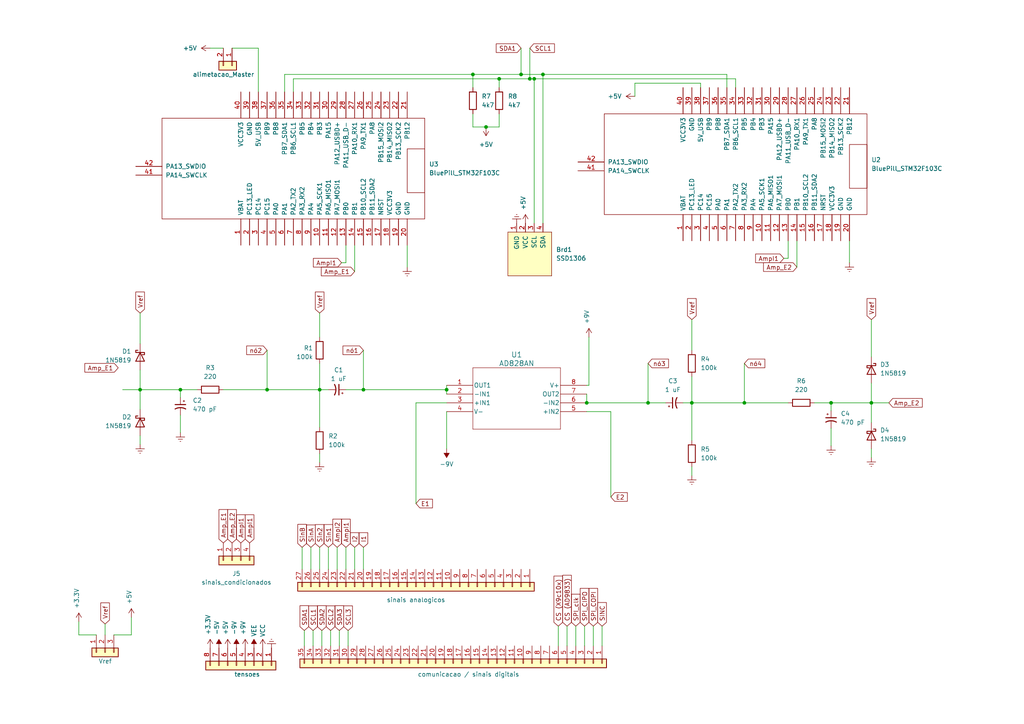
<source format=kicad_sch>
(kicad_sch (version 20230121) (generator eeschema)
  (paper "A4")
  (title_block (title "Condicionamento 2 canais duplicado") (date "2023-07-17") (rev "v01") (company "EITduino") (comment 1 "Autor: Gustavo Pinheiro") (comment 2 "placa face simples 90x100 mm"))
  (lib_symbols
    (symbol "AD828AN:AD828AN" (pin_names (offset 0.254))
      (property "Reference" "U" (at 20.32 10.16 0))
      (property "Value" "AD828AN" (at 20.32 7.62 0))
      (symbol "AD828AN_0_1"
        (polyline (pts (xy 7.62 -12.7) (xy 33.02 -12.7)) (stroke (width 0.127)))
        (polyline (pts (xy 7.62 5.08) (xy 7.62 -12.7)) (stroke (width 0.127)))
        (polyline (pts (xy 33.02 -12.7) (xy 33.02 5.08)) (stroke (width 0.127)))
        (polyline (pts (xy 33.02 5.08) (xy 7.62 5.08)) (stroke (width 0.127)))
        (pin unspecified line (at 0 0 0) (length 7.62) (name "OUT1") (number "1"))
        (pin unspecified line (at 0 -2.54 0) (length 7.62) (name "-IN1") (number "2"))
        (pin unspecified line (at 0 -5.08 0) (length 7.62) (name "+IN1") (number "3"))
        (pin power_in line (at 0 -7.62 0) (length 7.62) (name "V-") (number "4"))
        (pin unspecified line (at 40.64 -7.62 180) (length 7.62) (name "+IN2") (number "5"))
        (pin unspecified line (at 40.64 -5.08 180) (length 7.62) (name "-IN2") (number "6"))
        (pin unspecified line (at 40.64 -2.54 180) (length 7.62) (name "OUT2") (number "7"))
        (pin power_in line (at 40.64 0 180) (length 7.62) (name "V+") (number "8"))
      )
    )
    (symbol "Connector_Generic:Conn_01x02" (pin_names (offset 1.016) hide)
      (property "Reference" "J" (at 0 2.54 0))
      (property "Value" "Conn_01x02" (at 0 -5.08 0))
      (symbol "Conn_01x02_1_1"
        (rectangle (start -1.27 -2.413) (end 0 -2.667) (stroke (width 0.1524)))
        (rectangle (start -1.27 0.127) (end 0 -0.127) (stroke (width 0.1524)))
        (rectangle (start -1.27 1.27) (end 1.27 -3.81) (stroke (width 0.254)) (fill (type background)))
        (pin passive line (at -5.08 0 0) (length 3.81) (name "Pin_1") (number "1"))
        (pin passive line (at -5.08 -2.54 0) (length 3.81) (name "Pin_2") (number "2"))
      )
    )
    (symbol "Connector_Generic:Conn_01x03" (pin_names (offset 1.016) hide)
      (property "Reference" "J" (at 0 5.08 0))
      (property "Value" "Conn_01x03" (at 0 -5.08 0))
      (symbol "Conn_01x03_1_1"
        (rectangle (start -1.27 -2.413) (end 0 -2.667) (stroke (width 0.1524)))
        (rectangle (start -1.27 0.127) (end 0 -0.127) (stroke (width 0.1524)))
        (rectangle (start -1.27 2.667) (end 0 2.413) (stroke (width 0.1524)))
        (rectangle (start -1.27 3.81) (end 1.27 -3.81) (stroke (width 0.254)) (fill (type background)))
        (pin passive line (at -5.08 2.54 0) (length 3.81) (name "Pin_1") (number "1"))
        (pin passive line (at -5.08 0 0) (length 3.81) (name "Pin_2") (number "2"))
        (pin passive line (at -5.08 -2.54 0) (length 3.81) (name "Pin_3") (number "3"))
      )
    )
    (symbol "Connector_Generic:Conn_01x04" (pin_names (offset 1.016) hide)
      (property "Reference" "J" (at 0 5.08 0))
      (property "Value" "Conn_01x04" (at 0 -7.62 0))
      (symbol "Conn_01x04_1_1"
        (rectangle (start -1.27 -4.953) (end 0 -5.207) (stroke (width 0.1524)))
        (rectangle (start -1.27 -2.413) (end 0 -2.667) (stroke (width 0.1524)))
        (rectangle (start -1.27 0.127) (end 0 -0.127) (stroke (width 0.1524)))
        (rectangle (start -1.27 2.667) (end 0 2.413) (stroke (width 0.1524)))
        (rectangle (start -1.27 3.81) (end 1.27 -6.35) (stroke (width 0.254)) (fill (type background)))
        (pin passive line (at -5.08 2.54 0) (length 3.81) (name "Pin_1") (number "1"))
        (pin passive line (at -5.08 0 0) (length 3.81) (name "Pin_2") (number "2"))
        (pin passive line (at -5.08 -2.54 0) (length 3.81) (name "Pin_3") (number "3"))
        (pin passive line (at -5.08 -5.08 0) (length 3.81) (name "Pin_4") (number "4"))
      )
    )
    (symbol "Connector_Generic:Conn_01x08" (pin_names (offset 1.016) hide)
      (property "Reference" "J" (at 0 10.16 0))
      (property "Value" "Conn_01x08" (at 0 -12.7 0))
      (symbol "Conn_01x08_1_1"
        (rectangle (start -1.27 -10.033) (end 0 -10.287) (stroke (width 0.1524)))
        (rectangle (start -1.27 -7.493) (end 0 -7.747) (stroke (width 0.1524)))
        (rectangle (start -1.27 -4.953) (end 0 -5.207) (stroke (width 0.1524)))
        (rectangle (start -1.27 -2.413) (end 0 -2.667) (stroke (width 0.1524)))
        (rectangle (start -1.27 0.127) (end 0 -0.127) (stroke (width 0.1524)))
        (rectangle (start -1.27 2.667) (end 0 2.413) (stroke (width 0.1524)))
        (rectangle (start -1.27 5.207) (end 0 4.953) (stroke (width 0.1524)))
        (rectangle (start -1.27 7.747) (end 0 7.493) (stroke (width 0.1524)))
        (rectangle (start -1.27 8.89) (end 1.27 -11.43) (stroke (width 0.254)) (fill (type background)))
        (pin passive line (at -5.08 7.62 0) (length 3.81) (name "Pin_1") (number "1"))
        (pin passive line (at -5.08 5.08 0) (length 3.81) (name "Pin_2") (number "2"))
        (pin passive line (at -5.08 2.54 0) (length 3.81) (name "Pin_3") (number "3"))
        (pin passive line (at -5.08 0 0) (length 3.81) (name "Pin_4") (number "4"))
        (pin passive line (at -5.08 -2.54 0) (length 3.81) (name "Pin_5") (number "5"))
        (pin passive line (at -5.08 -5.08 0) (length 3.81) (name "Pin_6") (number "6"))
        (pin passive line (at -5.08 -7.62 0) (length 3.81) (name "Pin_7") (number "7"))
        (pin passive line (at -5.08 -10.16 0) (length 3.81) (name "Pin_8") (number "8"))
      )
    )
    (symbol "Connector_Generic:Conn_01x27" (pin_names (offset 1.016) hide)
      (property "Reference" "J" (at 0 35.56 0))
      (property "Value" "Conn_01x27" (at 0 -35.56 0))
      (symbol "Conn_01x27_1_1"
        (rectangle (start -1.27 -32.893) (end 0 -33.147) (stroke (width 0.1524)))
        (rectangle (start -1.27 -30.353) (end 0 -30.607) (stroke (width 0.1524)))
        (rectangle (start -1.27 -27.813) (end 0 -28.067) (stroke (width 0.1524)))
        (rectangle (start -1.27 -25.273) (end 0 -25.527) (stroke (width 0.1524)))
        (rectangle (start -1.27 -22.733) (end 0 -22.987) (stroke (width 0.1524)))
        (rectangle (start -1.27 -20.193) (end 0 -20.447) (stroke (width 0.1524)))
        (rectangle (start -1.27 -17.653) (end 0 -17.907) (stroke (width 0.1524)))
        (rectangle (start -1.27 -15.113) (end 0 -15.367) (stroke (width 0.1524)))
        (rectangle (start -1.27 -12.573) (end 0 -12.827) (stroke (width 0.1524)))
        (rectangle (start -1.27 -10.033) (end 0 -10.287) (stroke (width 0.1524)))
        (rectangle (start -1.27 -7.493) (end 0 -7.747) (stroke (width 0.1524)))
        (rectangle (start -1.27 -4.953) (end 0 -5.207) (stroke (width 0.1524)))
        (rectangle (start -1.27 -2.413) (end 0 -2.667) (stroke (width 0.1524)))
        (rectangle (start -1.27 0.127) (end 0 -0.127) (stroke (width 0.1524)))
        (rectangle (start -1.27 2.667) (end 0 2.413) (stroke (width 0.1524)))
        (rectangle (start -1.27 5.207) (end 0 4.953) (stroke (width 0.1524)))
        (rectangle (start -1.27 7.747) (end 0 7.493) (stroke (width 0.1524)))
        (rectangle (start -1.27 10.287) (end 0 10.033) (stroke (width 0.1524)))
        (rectangle (start -1.27 12.827) (end 0 12.573) (stroke (width 0.1524)))
        (rectangle (start -1.27 15.367) (end 0 15.113) (stroke (width 0.1524)))
        (rectangle (start -1.27 17.907) (end 0 17.653) (stroke (width 0.1524)))
        (rectangle (start -1.27 20.447) (end 0 20.193) (stroke (width 0.1524)))
        (rectangle (start -1.27 22.987) (end 0 22.733) (stroke (width 0.1524)))
        (rectangle (start -1.27 25.527) (end 0 25.273) (stroke (width 0.1524)))
        (rectangle (start -1.27 28.067) (end 0 27.813) (stroke (width 0.1524)))
        (rectangle (start -1.27 30.607) (end 0 30.353) (stroke (width 0.1524)))
        (rectangle (start -1.27 33.147) (end 0 32.893) (stroke (width 0.1524)))
        (rectangle (start -1.27 34.29) (end 1.27 -34.29) (stroke (width 0.254)) (fill (type background)))
        (pin passive line (at -5.08 33.02 0) (length 3.81) (name "Pin_1") (number "1"))
        (pin passive line (at -5.08 10.16 0) (length 3.81) (name "Pin_10") (number "10"))
        (pin passive line (at -5.08 7.62 0) (length 3.81) (name "Pin_11") (number "11"))
        (pin passive line (at -5.08 5.08 0) (length 3.81) (name "Pin_12") (number "12"))
        (pin passive line (at -5.08 2.54 0) (length 3.81) (name "Pin_13") (number "13"))
        (pin passive line (at -5.08 0 0) (length 3.81) (name "Pin_14") (number "14"))
        (pin passive line (at -5.08 -2.54 0) (length 3.81) (name "Pin_15") (number "15"))
        (pin passive line (at -5.08 -5.08 0) (length 3.81) (name "Pin_16") (number "16"))
        (pin passive line (at -5.08 -7.62 0) (length 3.81) (name "Pin_17") (number "17"))
        (pin passive line (at -5.08 -10.16 0) (length 3.81) (name "Pin_18") (number "18"))
        (pin passive line (at -5.08 -12.7 0) (length 3.81) (name "Pin_19") (number "19"))
        (pin passive line (at -5.08 30.48 0) (length 3.81) (name "Pin_2") (number "2"))
        (pin passive line (at -5.08 -15.24 0) (length 3.81) (name "Pin_20") (number "20"))
        (pin passive line (at -5.08 -17.78 0) (length 3.81) (name "Pin_21") (number "21"))
        (pin passive line (at -5.08 -20.32 0) (length 3.81) (name "Pin_22") (number "22"))
        (pin passive line (at -5.08 -22.86 0) (length 3.81) (name "Pin_23") (number "23"))
        (pin passive line (at -5.08 -25.4 0) (length 3.81) (name "Pin_24") (number "24"))
        (pin passive line (at -5.08 -27.94 0) (length 3.81) (name "Pin_25") (number "25"))
        (pin passive line (at -5.08 -30.48 0) (length 3.81) (name "Pin_26") (number "26"))
        (pin passive line (at -5.08 -33.02 0) (length 3.81) (name "Pin_27") (number "27"))
        (pin passive line (at -5.08 27.94 0) (length 3.81) (name "Pin_3") (number "3"))
        (pin passive line (at -5.08 25.4 0) (length 3.81) (name "Pin_4") (number "4"))
        (pin passive line (at -5.08 22.86 0) (length 3.81) (name "Pin_5") (number "5"))
        (pin passive line (at -5.08 20.32 0) (length 3.81) (name "Pin_6") (number "6"))
        (pin passive line (at -5.08 17.78 0) (length 3.81) (name "Pin_7") (number "7"))
        (pin passive line (at -5.08 15.24 0) (length 3.81) (name "Pin_8") (number "8"))
        (pin passive line (at -5.08 12.7 0) (length 3.81) (name "Pin_9") (number "9"))
      )
    )
    (symbol "Connector_Generic:Conn_01x35" (pin_names (offset 1.016) hide)
      (property "Reference" "J" (at 0 45.72 0))
      (property "Value" "Conn_01x35" (at 0 -45.72 0))
      (symbol "Conn_01x35_1_1"
        (rectangle (start -1.27 -43.053) (end 0 -43.307) (stroke (width 0.1524)))
        (rectangle (start -1.27 -40.513) (end 0 -40.767) (stroke (width 0.1524)))
        (rectangle (start -1.27 -37.973) (end 0 -38.227) (stroke (width 0.1524)))
        (rectangle (start -1.27 -35.433) (end 0 -35.687) (stroke (width 0.1524)))
        (rectangle (start -1.27 -32.893) (end 0 -33.147) (stroke (width 0.1524)))
        (rectangle (start -1.27 -30.353) (end 0 -30.607) (stroke (width 0.1524)))
        (rectangle (start -1.27 -27.813) (end 0 -28.067) (stroke (width 0.1524)))
        (rectangle (start -1.27 -25.273) (end 0 -25.527) (stroke (width 0.1524)))
        (rectangle (start -1.27 -22.733) (end 0 -22.987) (stroke (width 0.1524)))
        (rectangle (start -1.27 -20.193) (end 0 -20.447) (stroke (width 0.1524)))
        (rectangle (start -1.27 -17.653) (end 0 -17.907) (stroke (width 0.1524)))
        (rectangle (start -1.27 -15.113) (end 0 -15.367) (stroke (width 0.1524)))
        (rectangle (start -1.27 -12.573) (end 0 -12.827) (stroke (width 0.1524)))
        (rectangle (start -1.27 -10.033) (end 0 -10.287) (stroke (width 0.1524)))
        (rectangle (start -1.27 -7.493) (end 0 -7.747) (stroke (width 0.1524)))
        (rectangle (start -1.27 -4.953) (end 0 -5.207) (stroke (width 0.1524)))
        (rectangle (start -1.27 -2.413) (end 0 -2.667) (stroke (width 0.1524)))
        (rectangle (start -1.27 0.127) (end 0 -0.127) (stroke (width 0.1524)))
        (rectangle (start -1.27 2.667) (end 0 2.413) (stroke (width 0.1524)))
        (rectangle (start -1.27 5.207) (end 0 4.953) (stroke (width 0.1524)))
        (rectangle (start -1.27 7.747) (end 0 7.493) (stroke (width 0.1524)))
        (rectangle (start -1.27 10.287) (end 0 10.033) (stroke (width 0.1524)))
        (rectangle (start -1.27 12.827) (end 0 12.573) (stroke (width 0.1524)))
        (rectangle (start -1.27 15.367) (end 0 15.113) (stroke (width 0.1524)))
        (rectangle (start -1.27 17.907) (end 0 17.653) (stroke (width 0.1524)))
        (rectangle (start -1.27 20.447) (end 0 20.193) (stroke (width 0.1524)))
        (rectangle (start -1.27 22.987) (end 0 22.733) (stroke (width 0.1524)))
        (rectangle (start -1.27 25.527) (end 0 25.273) (stroke (width 0.1524)))
        (rectangle (start -1.27 28.067) (end 0 27.813) (stroke (width 0.1524)))
        (rectangle (start -1.27 30.607) (end 0 30.353) (stroke (width 0.1524)))
        (rectangle (start -1.27 33.147) (end 0 32.893) (stroke (width 0.1524)))
        (rectangle (start -1.27 35.687) (end 0 35.433) (stroke (width 0.1524)))
        (rectangle (start -1.27 38.227) (end 0 37.973) (stroke (width 0.1524)))
        (rectangle (start -1.27 40.767) (end 0 40.513) (stroke (width 0.1524)))
        (rectangle (start -1.27 43.307) (end 0 43.053) (stroke (width 0.1524)))
        (rectangle (start -1.27 44.45) (end 1.27 -44.45) (stroke (width 0.254)) (fill (type background)))
        (pin passive line (at -5.08 43.18 0) (length 3.81) (name "Pin_1") (number "1"))
        (pin passive line (at -5.08 20.32 0) (length 3.81) (name "Pin_10") (number "10"))
        (pin passive line (at -5.08 17.78 0) (length 3.81) (name "Pin_11") (number "11"))
        (pin passive line (at -5.08 15.24 0) (length 3.81) (name "Pin_12") (number "12"))
        (pin passive line (at -5.08 12.7 0) (length 3.81) (name "Pin_13") (number "13"))
        (pin passive line (at -5.08 10.16 0) (length 3.81) (name "Pin_14") (number "14"))
        (pin passive line (at -5.08 7.62 0) (length 3.81) (name "Pin_15") (number "15"))
        (pin passive line (at -5.08 5.08 0) (length 3.81) (name "Pin_16") (number "16"))
        (pin passive line (at -5.08 2.54 0) (length 3.81) (name "Pin_17") (number "17"))
        (pin passive line (at -5.08 0 0) (length 3.81) (name "Pin_18") (number "18"))
        (pin passive line (at -5.08 -2.54 0) (length 3.81) (name "Pin_19") (number "19"))
        (pin passive line (at -5.08 40.64 0) (length 3.81) (name "Pin_2") (number "2"))
        (pin passive line (at -5.08 -5.08 0) (length 3.81) (name "Pin_20") (number "20"))
        (pin passive line (at -5.08 -7.62 0) (length 3.81) (name "Pin_21") (number "21"))
        (pin passive line (at -5.08 -10.16 0) (length 3.81) (name "Pin_22") (number "22"))
        (pin passive line (at -5.08 -12.7 0) (length 3.81) (name "Pin_23") (number "23"))
        (pin passive line (at -5.08 -15.24 0) (length 3.81) (name "Pin_24") (number "24"))
        (pin passive line (at -5.08 -17.78 0) (length 3.81) (name "Pin_25") (number "25"))
        (pin passive line (at -5.08 -20.32 0) (length 3.81) (name "Pin_26") (number "26"))
        (pin passive line (at -5.08 -22.86 0) (length 3.81) (name "Pin_27") (number "27"))
        (pin passive line (at -5.08 -25.4 0) (length 3.81) (name "Pin_28") (number "28"))
        (pin passive line (at -5.08 -27.94 0) (length 3.81) (name "Pin_29") (number "29"))
        (pin passive line (at -5.08 38.1 0) (length 3.81) (name "Pin_3") (number "3"))
        (pin passive line (at -5.08 -30.48 0) (length 3.81) (name "Pin_30") (number "30"))
        (pin passive line (at -5.08 -33.02 0) (length 3.81) (name "Pin_31") (number "31"))
        (pin passive line (at -5.08 -35.56 0) (length 3.81) (name "Pin_32") (number "32"))
        (pin passive line (at -5.08 -38.1 0) (length 3.81) (name "Pin_33") (number "33"))
        (pin passive line (at -5.08 -40.64 0) (length 3.81) (name "Pin_34") (number "34"))
        (pin passive line (at -5.08 -43.18 0) (length 3.81) (name "Pin_35") (number "35"))
        (pin passive line (at -5.08 35.56 0) (length 3.81) (name "Pin_4") (number "4"))
        (pin passive line (at -5.08 33.02 0) (length 3.81) (name "Pin_5") (number "5"))
        (pin passive line (at -5.08 30.48 0) (length 3.81) (name "Pin_6") (number "6"))
        (pin passive line (at -5.08 27.94 0) (length 3.81) (name "Pin_7") (number "7"))
        (pin passive line (at -5.08 25.4 0) (length 3.81) (name "Pin_8") (number "8"))
        (pin passive line (at -5.08 22.86 0) (length 3.81) (name "Pin_9") (number "9"))
      )
    )
    (symbol "Device:C_Polarized_Small_US" (pin_numbers hide) (pin_names (offset 0.254) hide)
      (property "Reference" "C" (at 0.254 1.778 0))
      (property "Value" "C_Polarized_Small_US" (at 0.254 -2.032 0))
      (symbol "C_Polarized_Small_US_0_1"
        (polyline (pts (xy -1.524 0.508) (xy 1.524 0.508)) (stroke (width 0.3048)))
        (polyline (pts (xy -1.27 1.524) (xy -0.762 1.524)))
        (polyline (pts (xy -1.016 1.27) (xy -1.016 1.778)))
        (arc (start 1.524 -0.762) (mid 0 -0.3734) (end -1.524 -0.762) (stroke (width 0.3048)))
      )
      (symbol "C_Polarized_Small_US_1_1"
        (pin passive line (at 0 2.54 270) (length 2.032) (name "~") (number "1"))
        (pin passive line (at 0 -2.54 90) (length 2.032) (name "~") (number "2"))
      )
    )
    (symbol "Device:R" (pin_numbers hide) (pin_names (offset 0))
      (property "Reference" "R" (at 2.032 0 90))
      (property "Value" "R" (at 0 0 90))
      (symbol "R_0_1"
        (rectangle (start -1.016 -2.54) (end 1.016 2.54) (stroke (width 0.254)))
      )
      (symbol "R_1_1"
        (pin passive line (at 0 3.81 270) (length 1.27) (name "~") (number "1"))
        (pin passive line (at 0 -3.81 90) (length 1.27) (name "~") (number "2"))
      )
    )
    (symbol "Diode:1N5819" (pin_numbers hide) (pin_names (offset 1.016) hide)
      (property "Reference" "D" (at 0 2.54 0))
      (property "Value" "1N5819" (at 0 -2.54 0))
      (symbol "1N5819_0_1"
        (polyline (pts (xy 1.27 0) (xy -1.27 0)))
        (polyline (pts (xy 1.27 1.27) (xy 1.27 -1.27) (xy -1.27 0) (xy 1.27 1.27)) (stroke (width 0.254)))
        (polyline (pts (xy -1.905 0.635) (xy -1.905 1.27) (xy -1.27 1.27) (xy -1.27 -1.27) (xy -0.635 -1.27) (xy -0.635 -0.635)) (stroke (width 0.254)))
      )
      (symbol "1N5819_1_1"
        (pin passive line (at -3.81 0 0) (length 2.54) (name "K") (number "1"))
        (pin passive line (at 3.81 0 180) (length 2.54) (name "A") (number "2"))
      )
    )
    (symbol "SSD1306-128x64_OLED:SSD1306" (pin_names (offset 1.016))
      (property "Reference" "Brd" (at 0 -3.81 0))
      (property "Value" "SSD1306" (at 0 -1.27 0))
      (symbol "SSD1306_0_1"
        (rectangle (start -6.35 6.35) (end 6.35 -6.35) (fill (type background)))
      )
      (symbol "SSD1306_1_1"
        (pin input line (at -3.81 8.89 270) (length 2.54) (name "GND") (number "1"))
        (pin input line (at -1.27 8.89 270) (length 2.54) (name "VCC") (number "2"))
        (pin input line (at 1.27 8.89 270) (length 2.54) (name "SCL") (number "3"))
        (pin input line (at 3.81 8.89 270) (length 2.54) (name "SDA") (number "4"))
      )
    )
    (symbol "bluepill_breakouts:BluePill_STM32F103C" (pin_names (offset 1.016))
      (property "Reference" "U" (at -11.43 -34.29 0))
      (property "Value" "BluePill_STM32F103C" (at 1.27 21.59 0))
      (symbol "BluePill_STM32F103C_0_1"
        (rectangle (start -6.35 -35.56) (end 6.35 -30.48))
      )
      (symbol "BluePill_STM32F103C_1_0"
        (rectangle (start -13.97 -35.56) (end 15.24 40.64))
      )
      (symbol "BluePill_STM32F103C_1_1"
        (pin power_in line (at -21.59 17.78 0) (length 7.62) (name "VBAT") (number "1"))
        (pin bidirectional line (at -21.59 -5.08 0) (length 7.62) (name "PA5_SCK1") (number "10"))
        (pin bidirectional line (at -21.59 -7.62 0) (length 7.62) (name "PA6_MISO1") (number "11"))
        (pin bidirectional line (at -21.59 -10.16 0) (length 7.62) (name "PA7_MOSI1") (number "12"))
        (pin bidirectional line (at -21.59 -12.7 0) (length 7.62) (name "PB0") (number "13"))
        (pin bidirectional line (at -21.59 -15.24 0) (length 7.62) (name "PB1") (number "14"))
        (pin bidirectional line (at -21.59 -17.78 0) (length 7.62) (name "PB10_SCL2") (number "15"))
        (pin bidirectional line (at -21.59 -20.32 0) (length 7.62) (name "PB11_SDA2") (number "16"))
        (pin input line (at -21.59 -22.86 0) (length 7.62) (name "NRST") (number "17"))
        (pin bidirectional line (at -21.59 -25.4 0) (length 7.62) (name "VCC3V3") (number "18"))
        (pin power_in line (at -21.59 -27.94 0) (length 7.62) (name "GND") (number "19"))
        (pin bidirectional line (at -21.59 15.24 0) (length 7.62) (name "PC13_LED") (number "2"))
        (pin power_in line (at -21.59 -30.48 0) (length 7.62) (name "GND") (number "20"))
        (pin bidirectional line (at 22.86 -30.48 180) (length 7.62) (name "PB12") (number "21"))
        (pin bidirectional line (at 22.86 -27.94 180) (length 7.62) (name "PB13_SCK2") (number "22"))
        (pin bidirectional line (at 22.86 -25.4 180) (length 7.62) (name "PB14_MISO2") (number "23"))
        (pin bidirectional line (at 22.86 -22.86 180) (length 7.62) (name "PB15_MOSI2") (number "24"))
        (pin bidirectional line (at 22.86 -20.32 180) (length 7.62) (name "PA8") (number "25"))
        (pin bidirectional line (at 22.86 -17.78 180) (length 7.62) (name "PA9_TX1") (number "26"))
        (pin bidirectional line (at 22.86 -15.24 180) (length 7.62) (name "PA10_RX1") (number "27"))
        (pin bidirectional line (at 22.86 -12.7 180) (length 7.62) (name "PA11_USB_D-") (number "28"))
        (pin bidirectional line (at 22.86 -10.16 180) (length 7.62) (name "PA12_USBD+") (number "29"))
        (pin bidirectional line (at -21.59 12.7 0) (length 7.62) (name "PC14") (number "3"))
        (pin bidirectional line (at 22.86 -7.62 180) (length 7.62) (name "PA15") (number "30"))
        (pin bidirectional line (at 22.86 -5.08 180) (length 7.62) (name "PB3") (number "31"))
        (pin bidirectional line (at 22.86 -2.54 180) (length 7.62) (name "PB4") (number "32"))
        (pin bidirectional line (at 22.86 0 180) (length 7.62) (name "PB5") (number "33"))
        (pin bidirectional line (at 22.86 2.54 180) (length 7.62) (name "PB6_SCL1") (number "34"))
        (pin bidirectional line (at 22.86 5.08 180) (length 7.62) (name "PB7_SDA1") (number "35"))
        (pin bidirectional line (at 22.86 7.62 180) (length 7.62) (name "PB8") (number "36"))
        (pin bidirectional line (at 22.86 10.16 180) (length 7.62) (name "PB9") (number "37"))
        (pin bidirectional line (at 22.86 12.7 180) (length 7.62) (name "5V_USB") (number "38"))
        (pin power_in line (at 22.86 15.24 180) (length 7.62) (name "GND") (number "39"))
        (pin bidirectional line (at -21.59 10.16 0) (length 7.62) (name "PC15") (number "4"))
        (pin bidirectional line (at 22.86 17.78 180) (length 7.62) (name "VCC3V3") (number "40"))
        (pin bidirectional line (at -1.27 48.26 270) (length 7.62) (name "PA14_SWCLK") (number "41"))
        (pin bidirectional line (at 1.27 48.26 270) (length 7.62) (name "PA13_SWDIO") (number "42"))
        (pin bidirectional line (at -21.59 7.62 0) (length 7.62) (name "PA0") (number "5"))
        (pin bidirectional line (at -21.59 5.08 0) (length 7.62) (name "PA1") (number "6"))
        (pin bidirectional line (at -21.59 2.54 0) (length 7.62) (name "PA2_TX2") (number "7"))
        (pin bidirectional line (at -21.59 0 0) (length 7.62) (name "PA3_RX2") (number "8"))
        (pin bidirectional line (at -21.59 -2.54 0) (length 7.62) (name "PA4") (number "9"))
      )
    )
    (symbol "power:+3.3V" (power) (pin_names (offset 0))
      (property "Value" "+3.3V" (at 0 3.556 0))
      (symbol "+3.3V_0_1"
        (polyline (pts (xy -0.762 1.27) (xy 0 2.54)))
        (polyline (pts (xy 0 0) (xy 0 2.54)))
        (polyline (pts (xy 0 2.54) (xy 0.762 1.27)))
      )
      (symbol "+3.3V_1_1"
        (pin power_in line (at 0 0 90) (length 0) hide (name "+3.3V") (number "1"))
      )
    )
    (symbol "power:+5V" (power) (pin_names (offset 0))
      (property "Value" "+5V" (at 0 3.556 0))
      (symbol "+5V_0_1"
        (polyline (pts (xy -0.762 1.27) (xy 0 2.54)))
        (polyline (pts (xy 0 0) (xy 0 2.54)))
        (polyline (pts (xy 0 2.54) (xy 0.762 1.27)))
      )
      (symbol "+5V_1_1"
        (pin power_in line (at 0 0 90) (length 0) hide (name "+5V") (number "1"))
      )
    )
    (symbol "power:+9V" (power) (pin_names (offset 0))
      (property "Value" "+9V" (at 0 3.556 0))
      (symbol "+9V_0_1"
        (polyline (pts (xy -0.762 1.27) (xy 0 2.54)))
        (polyline (pts (xy 0 0) (xy 0 2.54)))
        (polyline (pts (xy 0 2.54) (xy 0.762 1.27)))
      )
      (symbol "+9V_1_1"
        (pin power_in line (at 0 0 90) (length 0) hide (name "+9V") (number "1"))
      )
    )
    (symbol "power:-5V" (power) (pin_names (offset 0))
      (property "Value" "-5V" (at 0 3.81 0))
      (symbol "-5V_0_0"
        (pin power_in line (at 0 0 90) (length 0) hide (name "-5V") (number "1"))
      )
      (symbol "-5V_0_1"
        (polyline (pts (xy 0 0) (xy 0 1.27) (xy 0.762 1.27) (xy 0 2.54) (xy -0.762 1.27) (xy 0 1.27)) (fill (type outline)))
      )
    )
    (symbol "power:-9V" (power) (pin_names (offset 0))
      (property "Value" "-9V" (at 0 3.81 0))
      (symbol "-9V_0_1"
        (polyline (pts (xy 0 0) (xy 0 2.54)))
        (polyline (pts (xy 0.762 1.27) (xy -0.762 1.27) (xy 0 2.54) (xy 0.762 1.27)) (fill (type outline)))
      )
      (symbol "-9V_1_1"
        (pin power_in line (at 0 0 90) (length 0) hide (name "-9V") (number "1"))
      )
    )
    (symbol "power:Earth" (power) (pin_names (offset 0))
      (symbol "Earth_0_1"
        (polyline (pts (xy -0.635 -1.905) (xy 0.635 -1.905)))
        (polyline (pts (xy -0.127 -2.54) (xy 0.127 -2.54)))
        (polyline (pts (xy 0 -1.27) (xy 0 0)))
        (polyline (pts (xy 1.27 -1.27) (xy -1.27 -1.27)))
      )
      (symbol "Earth_1_1"
        (pin power_in line (at 0 0 270) (length 0) hide (name "Earth") (number "1"))
      )
    )
    (symbol "power:VCC" (power) (pin_names (offset 0))
      (property "Value" "VCC" (at 0 3.81 0))
      (symbol "VCC_0_1"
        (polyline (pts (xy -0.762 1.27) (xy 0 2.54)))
        (polyline (pts (xy 0 0) (xy 0 2.54)))
        (polyline (pts (xy 0 2.54) (xy 0.762 1.27)))
      )
      (symbol "VCC_1_1"
        (pin power_in line (at 0 0 90) (length 0) hide (name "VCC") (number "1"))
      )
    )
    (symbol "power:VEE" (power) (pin_names (offset 0))
      (property "Value" "VEE" (at 0 3.81 0))
      (symbol "VEE_0_1"
        (polyline (pts (xy 0 0) (xy 0 2.54)))
        (polyline (pts (xy 0.762 1.27) (xy -0.762 1.27) (xy 0 2.54) (xy 0.762 1.27)) (fill (type outline)))
      )
      (symbol "VEE_1_1"
        (pin power_in line (at 0 0 90) (length 0) hide (name "VEE") (number "1"))
      )
    )
  )
  (junction (at 200.66 116.84))
  (junction (at 153.67 22.86))
  (junction (at 144.78 22.86))
  (junction (at 137.16 21.59))
  (junction (at 215.9 116.84))
  (junction (at 170.18 116.84))
  (junction (at 252.73 116.84))
  (junction (at 52.324 113.03))
  (junction (at 77.47 113.03))
  (junction (at 154.94 22.86))
  (junction (at 157.48 21.59))
  (junction (at 40.64 113.03))
  (junction (at 241.046 116.84))
  (junction (at 105.41 113.03))
  (junction (at 187.96 116.84))
  (junction (at 151.13 21.59))
  (junction (at 140.97 36.83))
  (junction (at 129.54 113.03))
  (junction (at 92.71 113.03))
  (wire (pts (xy 82.55 21.59) (xy 82.55 26.67)))
  (wire (pts (xy 172.085 181.61) (xy 172.085 187.325)))
  (wire (pts (xy 33.02 184.15) (xy 38.1 184.15)))
  (wire (pts (xy 118.11 71.12) (xy 118.11 77.47)))
  (wire (pts (xy 144.78 33.02) (xy 144.78 36.83)))
  (wire (pts (xy 77.47 113.03) (xy 64.77 113.03)))
  (wire (pts (xy 90.17 158.75) (xy 90.17 165.1)))
  (wire (pts (xy 236.22 116.84) (xy 241.046 116.84)))
  (wire (pts (xy 95.25 113.03) (xy 92.71 113.03)))
  (wire (pts (xy 74.93 13.97) (xy 74.93 26.67)))
  (wire (pts (xy 40.64 126.365) (xy 40.64 128.905)))
  (wire (pts (xy 200.66 116.84) (xy 200.66 127.762)))
  (wire (pts (xy 60.96 13.97) (xy 64.77 13.97)))
  (wire (pts (xy 95.25 158.75) (xy 95.25 165.1)))
  (wire (pts (xy 137.16 21.59) (xy 82.55 21.59)))
  (wire (pts (xy 93.345 182.88) (xy 93.345 187.325)))
  (wire (pts (xy 87.63 158.75) (xy 87.63 165.1)))
  (wire (pts (xy 200.66 135.382) (xy 200.66 137.922)))
  (wire (pts (xy 52.324 113.03) (xy 40.64 113.03)))
  (wire (pts (xy 90.805 182.88) (xy 90.805 187.325)))
  (wire (pts (xy 105.41 113.03) (xy 100.33 113.03)))
  (wire (pts (xy 144.78 36.83) (xy 140.97 36.83)))
  (wire (pts (xy 252.73 130.175) (xy 252.73 132.715)))
  (wire (pts (xy 151.13 13.97) (xy 151.13 21.59)))
  (wire (pts (xy 187.96 116.84) (xy 193.04 116.84)))
  (wire (pts (xy 144.78 22.86) (xy 144.78 25.4)))
  (wire (pts (xy 100.965 182.88) (xy 100.965 187.325)))
  (wire (pts (xy 170.18 114.3) (xy 170.18 116.84)))
  (wire (pts (xy 129.54 113.03) (xy 105.41 113.03)))
  (wire (pts (xy 153.67 22.86) (xy 154.94 22.86)))
  (wire (pts (xy 137.16 33.02) (xy 137.16 36.83)))
  (wire (pts (xy 246.38 69.85) (xy 246.38 76.2)))
  (wire (pts (xy 228.6 69.85) (xy 228.6 74.93)))
  (wire (pts (xy 92.71 113.03) (xy 77.47 113.03)))
  (wire (pts (xy 170.18 119.38) (xy 177.165 119.38)))
  (wire (pts (xy 164.465 181.61) (xy 164.465 187.325)))
  (wire (pts (xy 88.265 182.88) (xy 88.265 187.325)))
  (wire (pts (xy 198.12 116.84) (xy 200.66 116.84)))
  (wire (pts (xy 252.73 116.84) (xy 257.81 116.84)))
  (wire (pts (xy 100.33 158.75) (xy 100.33 165.1)))
  (wire (pts (xy 85.09 22.86) (xy 144.78 22.86)))
  (wire (pts (xy 40.64 118.745) (xy 40.64 113.03)))
  (wire (pts (xy 241.046 116.84) (xy 241.046 119.126)))
  (wire (pts (xy 154.94 22.86) (xy 154.94 64.77)))
  (wire (pts (xy 231.14 69.85) (xy 231.14 77.47)))
  (wire (pts (xy 151.13 21.59) (xy 137.16 21.59)))
  (wire (pts (xy 102.87 158.75) (xy 102.87 165.1)))
  (wire (pts (xy 213.36 22.86) (xy 213.36 25.4)))
  (wire (pts (xy 40.64 90.805) (xy 40.64 99.695)))
  (wire (pts (xy 161.925 181.61) (xy 161.925 187.325)))
  (wire (pts (xy 92.71 105.41) (xy 92.71 113.03)))
  (wire (pts (xy 129.54 111.76) (xy 129.54 113.03)))
  (wire (pts (xy 167.005 181.61) (xy 167.005 187.325)))
  (wire (pts (xy 40.64 113.03) (xy 35.56 113.03)))
  (wire (pts (xy 157.48 21.59) (xy 157.48 64.77)))
  (wire (pts (xy 95.885 182.88) (xy 95.885 187.325)))
  (wire (pts (xy 52.324 113.03) (xy 52.324 115.316)))
  (wire (pts (xy 252.73 111.125) (xy 252.73 116.84)))
  (wire (pts (xy 200.66 116.84) (xy 215.9 116.84)))
  (wire (pts (xy 38.1 184.15) (xy 38.1 179.07)))
  (wire (pts (xy 52.324 120.396) (xy 52.324 125.476)))
  (wire (pts (xy 200.66 92.71) (xy 200.66 101.6)))
  (wire (pts (xy 187.96 105.41) (xy 187.96 116.84)))
  (wire (pts (xy 144.78 22.86) (xy 153.67 22.86)))
  (wire (pts (xy 102.87 71.12) (xy 102.87 78.74)))
  (wire (pts (xy 170.815 97.79) (xy 170.815 111.76)))
  (wire (pts (xy 92.71 158.75) (xy 92.71 165.1)))
  (wire (pts (xy 120.65 146.05) (xy 120.65 116.84)))
  (wire (pts (xy 187.96 116.84) (xy 170.18 116.84)))
  (wire (pts (xy 157.48 21.59) (xy 151.13 21.59)))
  (wire (pts (xy 129.54 119.38) (xy 129.54 130.175)))
  (wire (pts (xy 170.815 111.76) (xy 170.18 111.76)))
  (wire (pts (xy 215.9 116.84) (xy 228.6 116.84)))
  (wire (pts (xy 241.046 124.206) (xy 241.046 129.286)))
  (wire (pts (xy 184.15 24.13) (xy 184.15 27.94)))
  (wire (pts (xy 92.71 131.572) (xy 92.71 134.112)))
  (wire (pts (xy 77.47 101.6) (xy 77.47 113.03)))
  (wire (pts (xy 92.71 90.805) (xy 92.71 97.79)))
  (wire (pts (xy 174.625 181.61) (xy 174.625 187.325)))
  (wire (pts (xy 22.86 184.15) (xy 22.86 180.34)))
  (wire (pts (xy 99.06 76.2) (xy 100.33 76.2)))
  (wire (pts (xy 92.71 113.03) (xy 92.71 123.952)))
  (wire (pts (xy 252.73 122.555) (xy 252.73 116.84)))
  (wire (pts (xy 100.33 71.12) (xy 100.33 76.2)))
  (wire (pts (xy 153.67 13.97) (xy 153.67 22.86)))
  (wire (pts (xy 177.165 144.145) (xy 177.165 119.38)))
  (wire (pts (xy 169.545 181.61) (xy 169.545 187.325)))
  (wire (pts (xy 200.66 109.22) (xy 200.66 116.84)))
  (wire (pts (xy 40.64 107.315) (xy 40.64 113.03)))
  (wire (pts (xy 203.2 25.4) (xy 203.2 24.13)))
  (wire (pts (xy 105.41 101.6) (xy 105.41 113.03)))
  (wire (pts (xy 252.73 92.71) (xy 252.73 103.505)))
  (wire (pts (xy 74.93 13.97) (xy 67.31 13.97)))
  (wire (pts (xy 227.33 74.93) (xy 228.6 74.93)))
  (wire (pts (xy 120.65 116.84) (xy 129.54 116.84)))
  (wire (pts (xy 137.16 36.83) (xy 140.97 36.83)))
  (wire (pts (xy 30.48 180.975) (xy 30.48 184.15)))
  (wire (pts (xy 241.046 116.84) (xy 252.73 116.84)))
  (wire (pts (xy 98.425 182.88) (xy 98.425 187.325)))
  (wire (pts (xy 129.54 113.03) (xy 129.54 114.3)))
  (wire (pts (xy 154.94 22.86) (xy 213.36 22.86)))
  (wire (pts (xy 203.2 24.13) (xy 184.15 24.13)))
  (wire (pts (xy 210.82 21.59) (xy 157.48 21.59)))
  (wire (pts (xy 210.82 25.4) (xy 210.82 21.59)))
  (wire (pts (xy 105.41 158.75) (xy 105.41 165.1)))
  (wire (pts (xy 57.15 113.03) (xy 52.324 113.03)))
  (wire (pts (xy 97.79 158.75) (xy 97.79 165.1)))
  (wire (pts (xy 215.9 105.41) (xy 215.9 116.84)))
  (wire (pts (xy 27.94 184.15) (xy 22.86 184.15)))
  (wire (pts (xy 137.16 21.59) (xy 137.16 25.4)))
  (wire (pts (xy 85.09 26.67) (xy 85.09 22.86)))
  (global_label "SCL2" (shape input) (at 95.885 182.88 90) (property "Intersheetrefs" "${INTERSHEET_REFS}" (effects hide)))
  (global_label "AmpI1" (shape input) (at 69.85 157.48 90) (property "Intersheetrefs" "${INTERSHEET_REFS}" (effects hide)))
  (global_label "Amp_E2" (shape input) (at 231.14 77.47 180) (property "Intersheetrefs" "${INTERSHEET_REFS}" (effects hide)))
  (global_label "E1" (shape input) (at 120.65 146.05 0) (property "Intersheetrefs" "${INTERSHEET_REFS}" (effects hide)))
  (global_label "Amp_E2" (shape input) (at 257.81 116.84 0) (property "Intersheetrefs" "${INTERSHEET_REFS}" (effects hide)))
  (global_label "SPI_CIPO" (shape input) (at 169.545 181.61 90) (property "Intersheetrefs" "${INTERSHEET_REFS}" (effects hide)))
  (global_label "AmpI1" (shape input) (at 227.33 74.93 180) (property "Intersheetrefs" "${INTERSHEET_REFS}" (effects hide)))
  (global_label "Vref" (shape input) (at 30.48 180.975 90) (property "Intersheetrefs" "${INTERSHEET_REFS}" (effects hide)))
  (global_label "Amp_E1" (shape input) (at 102.87 78.74 180) (property "Intersheetrefs" "${INTERSHEET_REFS}" (effects hide)))
  (global_label "SPI_COPI" (shape input) (at 172.085 181.61 90) (property "Intersheetrefs" "${INTERSHEET_REFS}" (effects hide)))
  (global_label "Vref" (shape input) (at 92.71 90.805 90) (property "Intersheetrefs" "${INTERSHEET_REFS}" (effects hide)))
  (global_label "SDA1" (shape input) (at 151.13 13.97 180) (property "Intersheetrefs" "${INTERSHEET_REFS}" (effects hide)))
  (global_label "Amp_E1" (shape input) (at 34.29 106.68 180) (property "Intersheetrefs" "${INTERSHEET_REFS}" (effects hide)))
  (global_label "AmpI1" (shape input) (at 100.33 158.75 90) (property "Intersheetrefs" "${INTERSHEET_REFS}" (effects hide)))
  (global_label "SDA1" (shape input) (at 88.265 182.88 90) (property "Intersheetrefs" "${INTERSHEET_REFS}" (effects hide)))
  (global_label "AmpI2" (shape input) (at 97.79 158.75 90) (property "Intersheetrefs" "${INTERSHEET_REFS}" (effects hide)))
  (global_label "Vref" (shape input) (at 40.64 90.805 90) (property "Intersheetrefs" "${INTERSHEET_REFS}" (effects hide)))
  (global_label "Sin1" (shape input) (at 95.25 158.75 90) (property "Intersheetrefs" "${INTERSHEET_REFS}" (effects hide)))
  (global_label "Sin2" (shape input) (at 92.71 158.75 90) (property "Intersheetrefs" "${INTERSHEET_REFS}" (effects hide)))
  (global_label "nó1" (shape input) (at 105.41 101.6 180) (property "Intersheetrefs" "${INTERSHEET_REFS}" (effects hide)))
  (global_label "AmpI1" (shape input) (at 99.06 76.2 180) (property "Intersheetrefs" "${INTERSHEET_REFS}" (effects hide)))
  (global_label "I2" (shape input) (at 102.87 158.75 90) (property "Intersheetrefs" "${INTERSHEET_REFS}" (effects hide)))
  (global_label "SDA3" (shape input) (at 98.425 182.88 90) (property "Intersheetrefs" "${INTERSHEET_REFS}" (effects hide)))
  (global_label "Vref" (shape input) (at 200.66 92.71 90) (property "Intersheetrefs" "${INTERSHEET_REFS}" (effects hide)))
  (global_label "I1" (shape input) (at 105.41 158.75 90) (property "Intersheetrefs" "${INTERSHEET_REFS}" (effects hide)))
  (global_label "CS (X9c10x)" (shape input) (at 161.925 181.61 90) (property "Intersheetrefs" "${INTERSHEET_REFS}" (effects hide)))
  (global_label "SCL1" (shape input) (at 90.805 182.88 90) (property "Intersheetrefs" "${INTERSHEET_REFS}" (effects hide)))
  (global_label "Amp_E2" (shape input) (at 67.31 157.48 90) (property "Intersheetrefs" "${INTERSHEET_REFS}" (effects hide)))
  (global_label "SINC" (shape input) (at 174.625 181.61 90) (property "Intersheetrefs" "${INTERSHEET_REFS}" (effects hide)))
  (global_label "Amp_E1" (shape input) (at 64.77 157.48 90) (property "Intersheetrefs" "${INTERSHEET_REFS}" (effects hide)))
  (global_label "AmpI1" (shape input) (at 72.39 157.48 90) (property "Intersheetrefs" "${INTERSHEET_REFS}" (effects hide)))
  (global_label "E2" (shape input) (at 177.165 144.145 0) (property "Intersheetrefs" "${INTERSHEET_REFS}" (effects hide)))
  (global_label "Vref" (shape input) (at 252.73 92.71 90) (property "Intersheetrefs" "${INTERSHEET_REFS}" (effects hide)))
  (global_label "SCL3" (shape input) (at 100.965 182.88 90) (property "Intersheetrefs" "${INTERSHEET_REFS}" (effects hide)))
  (global_label "nó3" (shape input) (at 187.96 105.41 0) (property "Intersheetrefs" "${INTERSHEET_REFS}" (effects hide)))
  (global_label "CS (AD9833)" (shape input) (at 164.465 181.61 90) (property "Intersheetrefs" "${INTERSHEET_REFS}" (effects hide)))
  (global_label "SinB" (shape input) (at 87.63 158.75 90) (property "Intersheetrefs" "${INTERSHEET_REFS}" (effects hide)))
  (global_label "SinA" (shape input) (at 90.17 158.75 90) (property "Intersheetrefs" "${INTERSHEET_REFS}" (effects hide)))
  (global_label "SDA2" (shape input) (at 93.345 182.88 90) (property "Intersheetrefs" "${INTERSHEET_REFS}" (effects hide)))
  (global_label "nó2" (shape input) (at 77.47 101.6 180) (property "Intersheetrefs" "${INTERSHEET_REFS}" (effects hide)))
  (global_label "SCL1" (shape input) (at 153.67 13.97 0) (property "Intersheetrefs" "${INTERSHEET_REFS}" (effects hide)))
  (global_label "nó4" (shape input) (at 215.9 105.41 0) (property "Intersheetrefs" "${INTERSHEET_REFS}" (effects hide)))
  (global_label "SPI_clk" (shape input) (at 167.005 181.61 90) (property "Intersheetrefs" "${INTERSHEET_REFS}" (effects hide)))
  (symbol (lib_id "Connector_Generic:Conn_01x03") (at 30.48 189.23 90) (mirror x) (unit 1)
    (property "Reference" "J1" (effects hide))
    (property "Value" "Vref" (at 28.575 191.77 90) (effects (justify right)))
    (property "Footprint" "Connector_PinHeader_2.54mm:PinHeader_1x03_P2.54mm_Vertical" (effects hide))
  )
  (symbol (lib_id "power:Earth") (at 200.66 137.922 0) (unit 1)
    (property "Reference" "#PWR015" (effects hide))
    (property "Value" "Earth" (effects hide))
  )
  (symbol (lib_id "power:VCC") (at 76.2 187.96 0) (unit 1)
    (property "Reference" "#PWR025" (effects hide))
    (property "Value" "VCC" (at 76.2 182.88 90))
  )
  (symbol (lib_id "power:VEE") (at 73.66 187.96 0) (unit 1)
    (property "Reference" "#PWR026" (effects hide))
    (property "Value" "VEE" (at 73.66 182.88 90))
  )
  (symbol (lib_id "Device:R") (at 200.66 131.572 0) (unit 1)
    (property "Reference" "R5" (at 203.2 130.302 0) (effects (justify left)))
    (property "Value" "100k" (at 203.2 132.842 0) (effects (justify left)))
    (property "Footprint" "Resistor_THT:R_Axial_DIN0207_L6.3mm_D2.5mm_P7.62mm_Horizontal" (effects hide))
  )
  (symbol (lib_id "bluepill_breakouts:BluePill_STM32F103C") (at 87.63 49.53 90) (unit 1)
    (property "Reference" "U3" (at 124.46 47.625 90) (effects (justify right)))
    (property "Value" "BluePill_STM32F103C" (at 124.46 50.165 90) (effects (justify right)))
    (property "Footprint" "BluePill_breakouts:BluePill_STM32F103C" (effects hide))
    (property "Datasheet" "www.rogerclark.net" (effects hide))
  )
  (symbol (lib_id "power:+3.3V") (at 60.96 187.96 0) (unit 1)
    (property "Reference" "#PWR041" (effects hide))
    (property "Value" "+3.3V" (at 60.325 184.15 90) (effects (justify left)))
  )
  (symbol (lib_id "SSD1306-128x64_OLED:SSD1306") (at 153.67 73.66 0) (unit 1)
    (property "Reference" "Brd1" (at 161.29 72.39 0) (effects (justify left)))
    (property "Value" "SSD1306" (at 161.29 74.93 0) (effects (justify left)))
    (property "Footprint" "SSD1306:128x64OLED" (effects hide))
  )
  (symbol (lib_id "Connector_Generic:Conn_01x04") (at 67.31 162.56 90) (mirror x) (unit 1)
    (property "Reference" "J5" (at 68.58 166.37 90))
    (property "Value" "sinais_condicionados" (at 68.58 168.91 90))
    (property "Footprint" "Connector_PinHeader_2.54mm:PinHeader_1x04_P2.54mm_Horizontal" (effects hide))
  )
  (symbol (lib_id "power:+5V") (at 38.1 179.07 0) (unit 1)
    (property "Reference" "#PWR016" (effects hide))
    (property "Value" "+5V" (at 37.465 175.26 90) (effects (justify left)))
  )
  (symbol (lib_id "Connector_Generic:Conn_01x27") (at 120.65 170.18 270) (unit 1)
    (property "Reference" "J3" (effects hide))
    (property "Value" "sinais analogicos" (at 120.65 173.99 90))
    (property "Footprint" "Connector_PinHeader_2.54mm:PinHeader_1x27_P2.54mm_Vertical" (effects hide))
  )
  (symbol (lib_id "Diode:1N5819") (at 40.64 103.505 90) (mirror x) (unit 1)
    (property "Reference" "D1" (at 38.1 101.9175 90) (effects (justify left)))
    (property "Value" "1N5819" (at 38.1 104.4575 90) (effects (justify left)))
    (property "Footprint" "Diode_THT:D_DO-41_SOD81_P10.16mm_Horizontal" (effects hide))
    (property "Datasheet" "http://www.vishay.com/docs/88525/1n5817.pdf" (effects hide))
  )
  (symbol (lib_id "power:+5V") (at 140.97 36.83 180) (unit 1)
    (property "Reference" "#PWR01" (effects hide))
    (property "Value" "+5V" (at 140.97 41.91 0))
  )
  (symbol (lib_id "Device:R") (at 92.71 101.6 0) (mirror y) (unit 1)
    (property "Reference" "R1" (at 90.805 100.965 0) (effects (justify left)))
    (property "Value" "100k" (at 90.805 103.505 0) (effects (justify left)))
    (property "Footprint" "Resistor_THT:R_Axial_DIN0207_L6.3mm_D2.5mm_P7.62mm_Horizontal" (effects hide))
  )
  (symbol (lib_id "Connector_Generic:Conn_01x08") (at 71.12 193.04 270) (unit 1)
    (property "Reference" "J2" (effects hide))
    (property "Value" "tensoes" (at 67.945 195.58 90) (effects (justify left)))
    (property "Footprint" "Connector_PinHeader_2.54mm:PinHeader_1x08_P2.54mm_Vertical" (effects hide))
  )
  (symbol (lib_id "Device:R") (at 200.66 105.41 0) (unit 1)
    (property "Reference" "R4" (at 203.2 104.14 0) (effects (justify left)))
    (property "Value" "100k" (at 203.2 106.68 0) (effects (justify left)))
    (property "Footprint" "Resistor_THT:R_Axial_DIN0207_L6.3mm_D2.5mm_P7.62mm_Horizontal" (effects hide))
  )
  (symbol (lib_id "Device:R") (at 144.78 29.21 0) (unit 1)
    (property "Reference" "R8" (at 147.32 27.94 0) (effects (justify left)))
    (property "Value" "4k7" (at 147.32 30.48 0) (effects (justify left)))
    (property "Footprint" "Resistor_THT:R_Axial_DIN0207_L6.3mm_D2.5mm_P7.62mm_Horizontal" (effects hide))
  )
  (symbol (lib_id "power:Earth") (at 246.38 76.2 0) (unit 1)
    (property "Reference" "#PWR05" (effects hide))
    (property "Value" "Earth" (effects hide))
  )
  (symbol (lib_id "power:Earth") (at 241.046 129.286 0) (unit 1)
    (property "Reference" "#PWR019" (effects hide))
    (property "Value" "Earth" (effects hide))
  )
  (symbol (lib_id "power:Earth") (at 118.11 77.47 0) (unit 1)
    (property "Reference" "#PWR04" (effects hide))
    (property "Value" "Earth" (effects hide))
  )
  (symbol (lib_id "Device:R") (at 92.71 127.762 0) (mirror y) (unit 1)
    (property "Reference" "R2" (at 95.25 126.492 0) (effects (justify right)))
    (property "Value" "100k" (at 95.25 129.032 0) (effects (justify right)))
    (property "Footprint" "Resistor_THT:R_Axial_DIN0207_L6.3mm_D2.5mm_P7.62mm_Horizontal" (effects hide))
  )
  (symbol (lib_id "power:-5V") (at 63.5 187.96 0) (unit 1)
    (property "Reference" "#PWR040" (effects hide))
    (property "Value" "-5V" (at 62.865 184.15 90) (effects (justify left)))
  )
  (symbol (lib_id "power:-9V") (at 129.54 130.175 180) (unit 1)
    (property "Reference" "#PWR013" (effects hide))
    (property "Value" "-9V" (at 129.54 134.62 0))
  )
  (symbol (lib_id "power:-9V") (at 68.58 187.96 0) (unit 1)
    (property "Reference" "#PWR038" (effects hide))
    (property "Value" "-9V" (at 67.945 184.15 90) (effects (justify left)))
  )
  (symbol (lib_id "power:+9V") (at 170.815 97.79 0) (unit 1)
    (property "Reference" "#PWR012" (effects hide))
    (property "Value" "+9V" (at 170.18 93.98 90) (effects (justify left)))
  )
  (symbol (lib_id "Device:C_Polarized_Small_US") (at 97.79 113.03 270) (mirror x) (unit 1)
    (property "Reference" "C1" (at 98.2218 107.315 90))
    (property "Value" "1 uF" (at 98.2218 109.855 90))
    (property "Footprint" "Capacitor_THT:CP_Radial_D5.0mm_P2.50mm" (effects hide))
  )
  (symbol (lib_id "power:+5V") (at 184.15 27.94 90) (unit 1)
    (property "Reference" "#PWR09" (effects hide))
    (property "Value" "+5V" (at 180.34 27.94 90) (effects (justify left)))
  )
  (symbol (lib_id "Diode:1N5819") (at 40.64 122.555 90) (mirror x) (unit 1)
    (property "Reference" "D2" (at 38.1 120.9675 90) (effects (justify left)))
    (property "Value" "1N5819" (at 38.1 123.5075 90) (effects (justify left)))
    (property "Footprint" "Diode_THT:D_DO-41_SOD81_P10.16mm_Horizontal" (effects hide))
    (property "Datasheet" "http://www.vishay.com/docs/88525/1n5817.pdf" (effects hide))
  )
  (symbol (lib_id "power:Earth") (at 78.74 187.96 180) (unit 1)
    (property "Reference" "#PWR034" (effects hide))
    (property "Value" "Earth" (effects hide))
  )
  (symbol (lib_id "power:+5V") (at 66.04 187.96 0) (unit 1)
    (property "Reference" "#PWR039" (effects hide))
    (property "Value" "+5V" (at 65.405 184.15 90) (effects (justify left)))
  )
  (symbol (lib_id "power:Earth") (at 40.64 128.905 0) (mirror y) (unit 1)
    (property "Reference" "#PWR08" (effects hide))
    (property "Value" "Earth" (effects hide))
  )
  (symbol (lib_id "Connector_Generic:Conn_01x35") (at 131.445 192.405 270) (unit 1)
    (property "Reference" "J4" (effects hide))
    (property "Value" "comunicacao / sinais digitais" (at 135.89 195.58 90))
    (property "Footprint" "Connector_PinHeader_2.54mm:PinHeader_1x35_P2.54mm_Vertical" (effects hide))
  )
  (symbol (lib_id "AD828AN:AD828AN") (at 129.54 111.76 0) (unit 1)
    (property "Reference" "U1" (at 149.86 102.87 0) (effects (font (size 1.524 1.524))))
    (property "Value" "AD828AN" (at 149.86 105.41 0) (effects (font (size 1.524 1.524))))
    (property "Footprint" "footprints:N_8_ADI" (effects hide))
    (property "Datasheet" "AD828AN" (effects hide))
  )
  (symbol (lib_id "power:+5V") (at 152.4 64.77 0) (unit 1)
    (property "Reference" "#PWR014" (effects hide))
    (property "Value" "+5V" (at 151.765 60.96 90) (effects (justify left)))
  )
  (symbol (lib_id "power:+9V") (at 71.12 187.96 0) (unit 1)
    (property "Reference" "#PWR037" (effects hide))
    (property "Value" "+9V" (at 70.485 184.15 90) (effects (justify left)))
  )
  (symbol (lib_id "power:+3.3V") (at 22.86 180.34 0) (unit 1)
    (property "Reference" "#PWR011" (effects hide))
    (property "Value" "+3.3V" (at 22.225 176.53 90) (effects (justify left)))
  )
  (symbol (lib_id "Device:R") (at 60.96 113.03 270) (mirror x) (unit 1)
    (property "Reference" "R3" (at 60.96 106.68 90))
    (property "Value" "220" (at 60.96 109.22 90))
    (property "Footprint" "Resistor_THT:R_Axial_DIN0207_L6.3mm_D2.5mm_P7.62mm_Horizontal" (effects hide))
  )
  (symbol (lib_id "power:Earth") (at 149.86 64.77 180) (unit 1)
    (property "Reference" "#PWR03" (effects hide))
    (property "Value" "Earth" (effects hide))
  )
  (symbol (lib_id "power:+5V") (at 60.96 13.97 90) (unit 1)
    (property "Reference" "#PWR06" (effects hide))
    (property "Value" "+5V" (at 57.15 13.97 90) (effects (justify left)))
  )
  (symbol (lib_id "power:Earth") (at 252.73 132.715 0) (unit 1)
    (property "Reference" "#PWR021" (effects hide))
    (property "Value" "Earth" (effects hide))
  )
  (symbol (lib_id "Diode:1N5819") (at 252.73 126.365 270) (unit 1)
    (property "Reference" "D4" (at 255.27 124.7775 90) (effects (justify left)))
    (property "Value" "1N5819" (at 255.27 127.3175 90) (effects (justify left)))
    (property "Footprint" "Diode_THT:D_DO-41_SOD81_P10.16mm_Horizontal" (effects hide))
    (property "Datasheet" "http://www.vishay.com/docs/88525/1n5817.pdf" (effects hide))
  )
  (symbol (lib_id "Device:C_Polarized_Small_US") (at 195.58 116.84 90) (unit 1)
    (property "Reference" "C3" (at 195.1482 110.49 90))
    (property "Value" "1 uF" (at 195.1482 113.03 90))
    (property "Footprint" "Capacitor_THT:CP_Radial_D5.0mm_P2.50mm" (effects hide))
  )
  (symbol (lib_id "Device:C_Polarized_Small_US") (at 241.046 121.666 0) (unit 1)
    (property "Reference" "C4" (at 243.84 119.9642 0) (effects (justify left)))
    (property "Value" "470 pF" (at 243.84 122.5042 0) (effects (justify left)))
    (property "Footprint" "Capacitor_THT:CP_Radial_D5.0mm_P2.50mm" (effects hide))
  )
  (symbol (lib_id "Device:R") (at 137.16 29.21 0) (unit 1)
    (property "Reference" "R7" (at 139.7 27.94 0) (effects (justify left)))
    (property "Value" "4k7" (at 139.7 30.48 0) (effects (justify left)))
    (property "Footprint" "Resistor_THT:R_Axial_DIN0207_L6.3mm_D2.5mm_P7.62mm_Horizontal" (effects hide))
  )
  (symbol (lib_id "Diode:1N5819") (at 252.73 107.315 270) (unit 1)
    (property "Reference" "D3" (at 255.27 105.7275 90) (effects (justify left)))
    (property "Value" "1N5819" (at 255.27 108.2675 90) (effects (justify left)))
    (property "Footprint" "Diode_THT:D_DO-41_SOD81_P10.16mm_Horizontal" (effects hide))
    (property "Datasheet" "http://www.vishay.com/docs/88525/1n5817.pdf" (effects hide))
  )
  (symbol (lib_id "bluepill_breakouts:BluePill_STM32F103C") (at 215.9 48.26 90) (unit 1)
    (property "Reference" "U2" (at 252.73 46.355 90) (effects (justify right)))
    (property "Value" "BluePill_STM32F103C" (at 252.73 48.895 90) (effects (justify right)))
    (property "Footprint" "BluePill_breakouts:BluePill_STM32F103C" (effects hide))
    (property "Datasheet" "www.rogerclark.net" (effects hide))
  )
  (symbol (lib_id "power:Earth") (at 52.324 125.476 0) (mirror y) (unit 1)
    (property "Reference" "#PWR07" (effects hide))
    (property "Value" "Earth" (effects hide))
  )
  (symbol (lib_id "Device:R") (at 232.41 116.84 90) (unit 1)
    (property "Reference" "R6" (at 232.41 110.49 90))
    (property "Value" "220" (at 232.41 113.03 90))
    (property "Footprint" "Resistor_THT:R_Axial_DIN0207_L6.3mm_D2.5mm_P7.62mm_Horizontal" (effects hide))
  )
  (symbol (lib_id "Device:C_Polarized_Small_US") (at 52.324 117.856 0) (mirror y) (unit 1)
    (property "Reference" "C2" (at 55.88 116.1542 0) (effects (justify right)))
    (property "Value" "470 pF" (at 55.88 118.6942 0) (effects (justify right)))
    (property "Footprint" "Capacitor_THT:CP_Radial_D5.0mm_P2.50mm" (effects hide))
  )
  (symbol (lib_id "power:Earth") (at 92.71 134.112 0) (mirror y) (unit 1)
    (property "Reference" "#PWR02" (effects hide))
    (property "Value" "Earth" (effects hide))
  )
  (symbol (lib_id "Connector_Generic:Conn_01x02") (at 67.31 19.05 270) (unit 1)
    (property "Reference" "J6" (effects hide))
    (property "Value" "alimetacao_Master" (at 55.88 21.59 90) (effects (justify left)))
    (property "Footprint" "Connector_PinHeader_2.54mm:PinHeader_1x02_P2.54mm_Vertical" (effects hide))
  )
)
</source>
